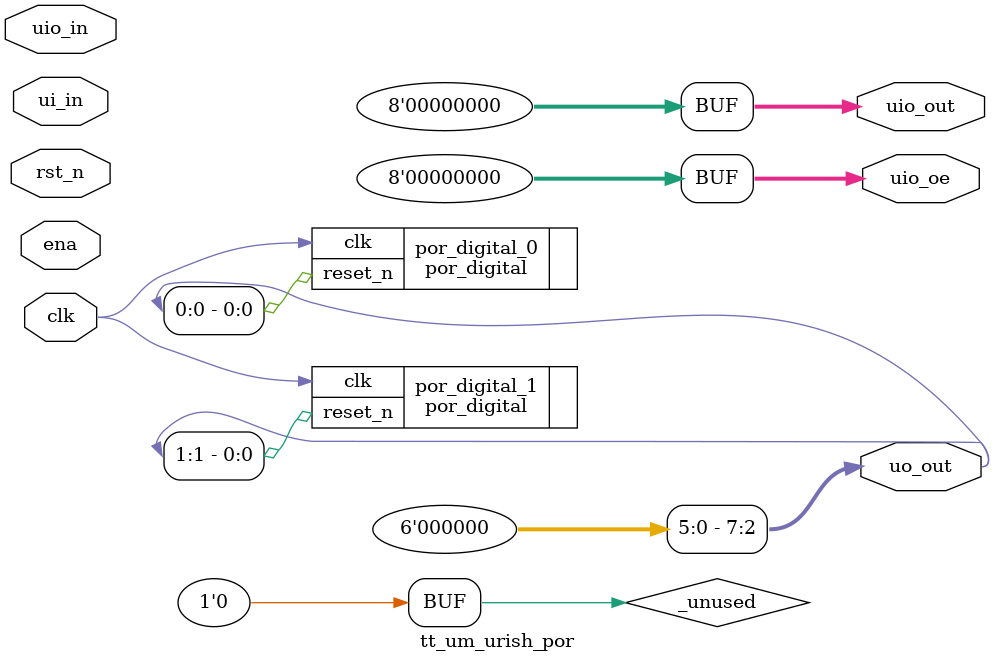
<source format=v>
/*
 * Copyright (c) 2025 Uri Shaked
 * SPDX-License-Identifier: Apache-2.0
 */

`default_nettype none

module tt_um_urish_por (
    input  wire [7:0] ui_in,    // Dedicated inputs
    output wire [7:0] uo_out,   // Dedicated outputs
    input  wire [7:0] uio_in,   // IOs: Input path
    output wire [7:0] uio_out,  // IOs: Output path
    output wire [7:0] uio_oe,   // IOs: Enable path (active high: 0=input, 1=output)
    input  wire       ena,      // always 1 when the design is powered, so you can ignore it
    input  wire       clk,      // clock
    input  wire       rst_n     // reset_n - low to reset
);

  // All output pins must be assigned. If not used, assign to 0.
  assign uo_out[7:2] = 0;
  assign uio_out = 0;
  assign uio_oe = 0;

  por_digital por_digital_0 (
      .clk(clk),
      .reset_n(uo_out[0])
  );

  por_digital #(
      .DELAY_BITS (10),
      .DELAY_CODE (10'h300),
      .DELAY_TAP_H(9),
      .DELAY_TAP_L(6)
  ) por_digital_1 (
      .clk(clk),
      .reset_n(uo_out[1])
  );

  // List all unused inputs to prevent warnings
  wire _unused = &{ena, ui_in, uio_in, rst_n, 1'b0};

endmodule

</source>
